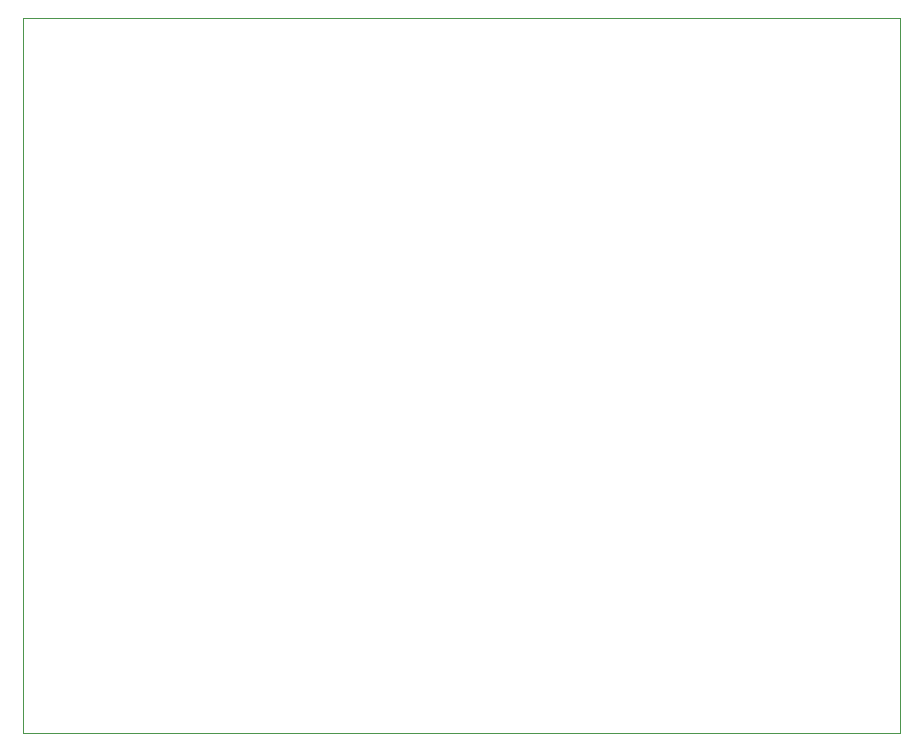
<source format=gbr>
%TF.GenerationSoftware,KiCad,Pcbnew,8.0.3*%
%TF.CreationDate,2024-07-19T22:27:02-04:00*%
%TF.ProjectId,DCPPowerBoard,44435050-6f77-4657-9242-6f6172642e6b,rev?*%
%TF.SameCoordinates,Original*%
%TF.FileFunction,Other,User*%
%FSLAX46Y46*%
G04 Gerber Fmt 4.6, Leading zero omitted, Abs format (unit mm)*
G04 Created by KiCad (PCBNEW 8.0.3) date 2024-07-19 22:27:02*
%MOMM*%
%LPD*%
G01*
G04 APERTURE LIST*
%ADD10C,0.100000*%
G04 APERTURE END LIST*
D10*
X55710000Y-31425000D02*
X129960000Y-31425000D01*
X129960000Y-92000000D01*
X55710000Y-92000000D01*
X55710000Y-31425000D01*
M02*

</source>
